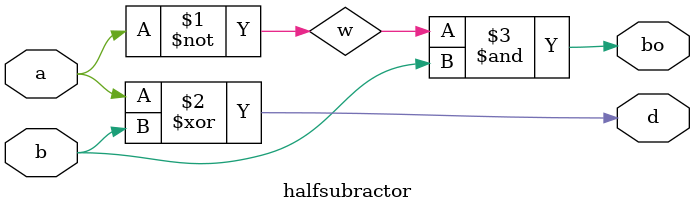
<source format=v>
`timescale 1ns / 1ps
module halfsubractor(
    input a,b,
    output d,bo
    );
	 wire w =~a;
	 assign d = a^b;
	 assign bo = w&b;
	 
	 


endmodule

</source>
